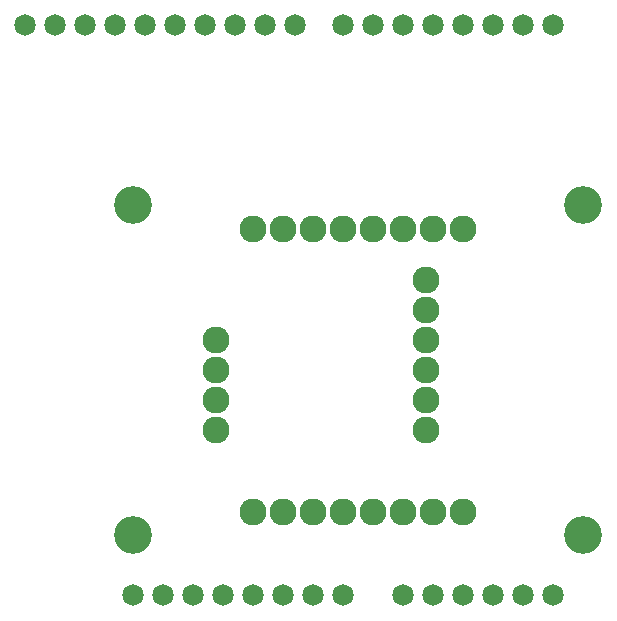
<source format=gbs>
G04 DipTrace 2.3.1.0*
%INminishiftjig_BottomMask.gbs*%
%MOIN*%
%ADD21C,0.126*%
%ADD31C,0.0899*%
%ADD33C,0.0719*%
%FSLAX44Y44*%
G04*
G70*
G90*
G75*
G01*
%LNBotMask*%
%LPD*%
D33*
X8187Y4937D3*
X9187D3*
X10187D3*
X11187D3*
X12187D3*
X13187D3*
X14187D3*
X15187D3*
X17187D3*
X18187D3*
X19187D3*
X20187D3*
X21187D3*
X22187D3*
Y23937D3*
X21187D3*
X20187D3*
X19187D3*
X18187D3*
X17187D3*
X16187D3*
X15187D3*
X13587D3*
X12587D3*
X11587D3*
X10587D3*
X9587D3*
X8587D3*
X7587D3*
X6587D3*
X5587D3*
X4587D3*
D31*
X12187Y7713D3*
X13187D3*
X14187D3*
X15187D3*
X16187D3*
X17187D3*
X18187D3*
X19187D3*
Y17161D3*
X18187D3*
X17187D3*
X16187D3*
X15187D3*
X14187D3*
X13187D3*
X12187D3*
X17937Y14437D3*
Y13437D3*
D21*
X23187Y17937D3*
Y6937D3*
X8187Y17937D3*
Y6937D3*
D31*
X17937Y15437D3*
X10937Y10437D3*
X17937D3*
Y12437D3*
X10937Y13437D3*
Y12437D3*
X17937Y11437D3*
X10937D3*
M02*

</source>
